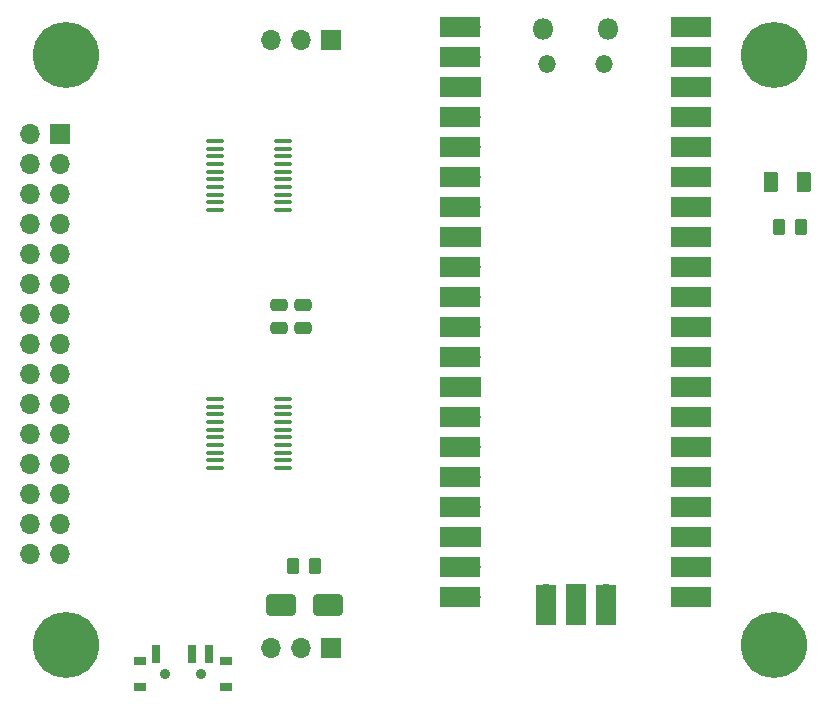
<source format=gts>
G04 #@! TF.GenerationSoftware,KiCad,Pcbnew,7.0.7*
G04 #@! TF.CreationDate,2023-10-08T00:04:21-07:00*
G04 #@! TF.ProjectId,LogicAnalyzer,4c6f6769-6341-46e6-916c-797a65722e6b,rev?*
G04 #@! TF.SameCoordinates,Original*
G04 #@! TF.FileFunction,Soldermask,Top*
G04 #@! TF.FilePolarity,Negative*
%FSLAX46Y46*%
G04 Gerber Fmt 4.6, Leading zero omitted, Abs format (unit mm)*
G04 Created by KiCad (PCBNEW 7.0.7) date 2023-10-08 00:04:21*
%MOMM*%
%LPD*%
G01*
G04 APERTURE LIST*
G04 Aperture macros list*
%AMRoundRect*
0 Rectangle with rounded corners*
0 $1 Rounding radius*
0 $2 $3 $4 $5 $6 $7 $8 $9 X,Y pos of 4 corners*
0 Add a 4 corners polygon primitive as box body*
4,1,4,$2,$3,$4,$5,$6,$7,$8,$9,$2,$3,0*
0 Add four circle primitives for the rounded corners*
1,1,$1+$1,$2,$3*
1,1,$1+$1,$4,$5*
1,1,$1+$1,$6,$7*
1,1,$1+$1,$8,$9*
0 Add four rect primitives between the rounded corners*
20,1,$1+$1,$2,$3,$4,$5,0*
20,1,$1+$1,$4,$5,$6,$7,0*
20,1,$1+$1,$6,$7,$8,$9,0*
20,1,$1+$1,$8,$9,$2,$3,0*%
G04 Aperture macros list end*
%ADD10RoundRect,0.250000X-1.000000X-0.650000X1.000000X-0.650000X1.000000X0.650000X-1.000000X0.650000X0*%
%ADD11RoundRect,0.250000X-0.262500X-0.450000X0.262500X-0.450000X0.262500X0.450000X-0.262500X0.450000X0*%
%ADD12C,5.600000*%
%ADD13C,3.600000*%
%ADD14RoundRect,0.100000X0.637500X0.100000X-0.637500X0.100000X-0.637500X-0.100000X0.637500X-0.100000X0*%
%ADD15RoundRect,0.250000X-0.475000X0.250000X-0.475000X-0.250000X0.475000X-0.250000X0.475000X0.250000X0*%
%ADD16R,1.700000X1.700000*%
%ADD17O,1.700000X1.700000*%
%ADD18R,1.000000X0.800000*%
%ADD19C,0.900000*%
%ADD20R,0.700000X1.500000*%
%ADD21RoundRect,0.250000X0.475000X-0.250000X0.475000X0.250000X-0.475000X0.250000X-0.475000X-0.250000X0*%
%ADD22O,1.800000X1.800000*%
%ADD23O,1.500000X1.500000*%
%ADD24R,3.500000X1.700000*%
%ADD25R,1.700000X3.500000*%
%ADD26RoundRect,0.250000X0.262500X0.450000X-0.262500X0.450000X-0.262500X-0.450000X0.262500X-0.450000X0*%
%ADD27RoundRect,0.250000X0.375000X0.625000X-0.375000X0.625000X-0.375000X-0.625000X0.375000X-0.625000X0*%
G04 APERTURE END LIST*
D10*
X87217000Y-113593000D03*
X83217000Y-113593000D03*
D11*
X84281000Y-110236000D03*
X86106000Y-110236000D03*
D12*
X65000000Y-117000000D03*
D13*
X65000000Y-117000000D03*
X125000000Y-117000000D03*
D12*
X125000000Y-117000000D03*
D13*
X125000000Y-67000000D03*
D12*
X125000000Y-67000000D03*
D13*
X65000000Y-67000000D03*
D12*
X65000000Y-67000000D03*
D14*
X83380500Y-80141000D03*
X83380500Y-79491000D03*
X83380500Y-78841000D03*
X83380500Y-78191000D03*
X83380500Y-77541000D03*
X83380500Y-76891000D03*
X83380500Y-76241000D03*
X83380500Y-75591000D03*
X83380500Y-74941000D03*
X83380500Y-74291000D03*
X77655500Y-74291000D03*
X77655500Y-74941000D03*
X77655500Y-75591000D03*
X77655500Y-76241000D03*
X77655500Y-76891000D03*
X77655500Y-77541000D03*
X77655500Y-78191000D03*
X77655500Y-78841000D03*
X77655500Y-79491000D03*
X77655500Y-80141000D03*
D15*
X83058000Y-88204000D03*
X83058000Y-90104000D03*
D16*
X87475000Y-65725000D03*
D17*
X84935000Y-65725000D03*
X82395000Y-65725000D03*
D18*
X71280000Y-118346000D03*
X71280000Y-120556000D03*
D19*
X73430000Y-119456000D03*
X76430000Y-119456000D03*
D18*
X78580000Y-118346000D03*
X78580000Y-120556000D03*
D20*
X72680000Y-117696000D03*
X75680000Y-117696000D03*
X77180000Y-117696000D03*
D21*
X85090000Y-90104000D03*
X85090000Y-88204000D03*
D22*
X105460000Y-64785000D03*
D23*
X105760000Y-67815000D03*
X110610000Y-67815000D03*
D22*
X110910000Y-64785000D03*
D17*
X99295000Y-64655000D03*
D24*
X98395000Y-64655000D03*
D17*
X99295000Y-67195000D03*
D24*
X98395000Y-67195000D03*
D16*
X99295000Y-69735000D03*
D24*
X98395000Y-69735000D03*
D17*
X99295000Y-72275000D03*
D24*
X98395000Y-72275000D03*
D17*
X99295000Y-74815000D03*
D24*
X98395000Y-74815000D03*
D17*
X99295000Y-77355000D03*
D24*
X98395000Y-77355000D03*
D17*
X99295000Y-79895000D03*
D24*
X98395000Y-79895000D03*
D16*
X99295000Y-82435000D03*
D24*
X98395000Y-82435000D03*
D17*
X99295000Y-84975000D03*
D24*
X98395000Y-84975000D03*
D17*
X99295000Y-87515000D03*
D24*
X98395000Y-87515000D03*
D17*
X99295000Y-90055000D03*
D24*
X98395000Y-90055000D03*
D17*
X99295000Y-92595000D03*
D24*
X98395000Y-92595000D03*
D16*
X99295000Y-95135000D03*
D24*
X98395000Y-95135000D03*
D17*
X99295000Y-97675000D03*
D24*
X98395000Y-97675000D03*
D17*
X99295000Y-100215000D03*
D24*
X98395000Y-100215000D03*
D17*
X99295000Y-102755000D03*
D24*
X98395000Y-102755000D03*
D17*
X99295000Y-105295000D03*
D24*
X98395000Y-105295000D03*
D16*
X99295000Y-107835000D03*
D24*
X98395000Y-107835000D03*
D17*
X99295000Y-110375000D03*
D24*
X98395000Y-110375000D03*
D17*
X99295000Y-112915000D03*
D24*
X98395000Y-112915000D03*
D17*
X117075000Y-112915000D03*
D24*
X117975000Y-112915000D03*
D17*
X117075000Y-110375000D03*
D24*
X117975000Y-110375000D03*
D16*
X117075000Y-107835000D03*
D24*
X117975000Y-107835000D03*
D17*
X117075000Y-105295000D03*
D24*
X117975000Y-105295000D03*
D17*
X117075000Y-102755000D03*
D24*
X117975000Y-102755000D03*
D17*
X117075000Y-100215000D03*
D24*
X117975000Y-100215000D03*
D17*
X117075000Y-97675000D03*
D24*
X117975000Y-97675000D03*
D16*
X117075000Y-95135000D03*
D24*
X117975000Y-95135000D03*
D17*
X117075000Y-92595000D03*
D24*
X117975000Y-92595000D03*
D17*
X117075000Y-90055000D03*
D24*
X117975000Y-90055000D03*
D17*
X117075000Y-87515000D03*
D24*
X117975000Y-87515000D03*
D17*
X117075000Y-84975000D03*
D24*
X117975000Y-84975000D03*
D16*
X117075000Y-82435000D03*
D24*
X117975000Y-82435000D03*
D17*
X117075000Y-79895000D03*
D24*
X117975000Y-79895000D03*
D17*
X117075000Y-77355000D03*
D24*
X117975000Y-77355000D03*
D17*
X117075000Y-74815000D03*
D24*
X117975000Y-74815000D03*
D17*
X117075000Y-72275000D03*
D24*
X117975000Y-72275000D03*
D16*
X117075000Y-69735000D03*
D24*
X117975000Y-69735000D03*
D17*
X117075000Y-67195000D03*
D24*
X117975000Y-67195000D03*
D17*
X117075000Y-64655000D03*
D24*
X117975000Y-64655000D03*
D17*
X105645000Y-112685000D03*
D25*
X105645000Y-113585000D03*
D16*
X108185000Y-112685000D03*
D25*
X108185000Y-113585000D03*
D17*
X110725000Y-112685000D03*
D25*
X110725000Y-113585000D03*
D26*
X127254000Y-81534000D03*
X125429000Y-81534000D03*
D17*
X82395000Y-117226000D03*
X84935000Y-117226000D03*
D16*
X87475000Y-117226000D03*
D27*
X127500000Y-77724000D03*
X124700000Y-77724000D03*
D14*
X83380500Y-101985000D03*
X83380500Y-101335000D03*
X83380500Y-100685000D03*
X83380500Y-100035000D03*
X83380500Y-99385000D03*
X83380500Y-98735000D03*
X83380500Y-98085000D03*
X83380500Y-97435000D03*
X83380500Y-96785000D03*
X83380500Y-96135000D03*
X77655500Y-96135000D03*
X77655500Y-96785000D03*
X77655500Y-97435000D03*
X77655500Y-98085000D03*
X77655500Y-98735000D03*
X77655500Y-99385000D03*
X77655500Y-100035000D03*
X77655500Y-100685000D03*
X77655500Y-101335000D03*
X77655500Y-101985000D03*
D16*
X64516000Y-73660000D03*
D17*
X61976000Y-73660000D03*
X64516000Y-76200000D03*
X61976000Y-76200000D03*
X64516000Y-78740000D03*
X61976000Y-78740000D03*
X64516000Y-81280000D03*
X61976000Y-81280000D03*
X64516000Y-83820000D03*
X61976000Y-83820000D03*
X64516000Y-86360000D03*
X61976000Y-86360000D03*
X64516000Y-88900000D03*
X61976000Y-88900000D03*
X64516000Y-91440000D03*
X61976000Y-91440000D03*
X64516000Y-93980000D03*
X61976000Y-93980000D03*
X64516000Y-96520000D03*
X61976000Y-96520000D03*
X64516000Y-99060000D03*
X61976000Y-99060000D03*
X64516000Y-101600000D03*
X61976000Y-101600000D03*
X64516000Y-104140000D03*
X61976000Y-104140000D03*
X64516000Y-106680000D03*
X61976000Y-106680000D03*
X64516000Y-109220000D03*
X61976000Y-109220000D03*
M02*

</source>
